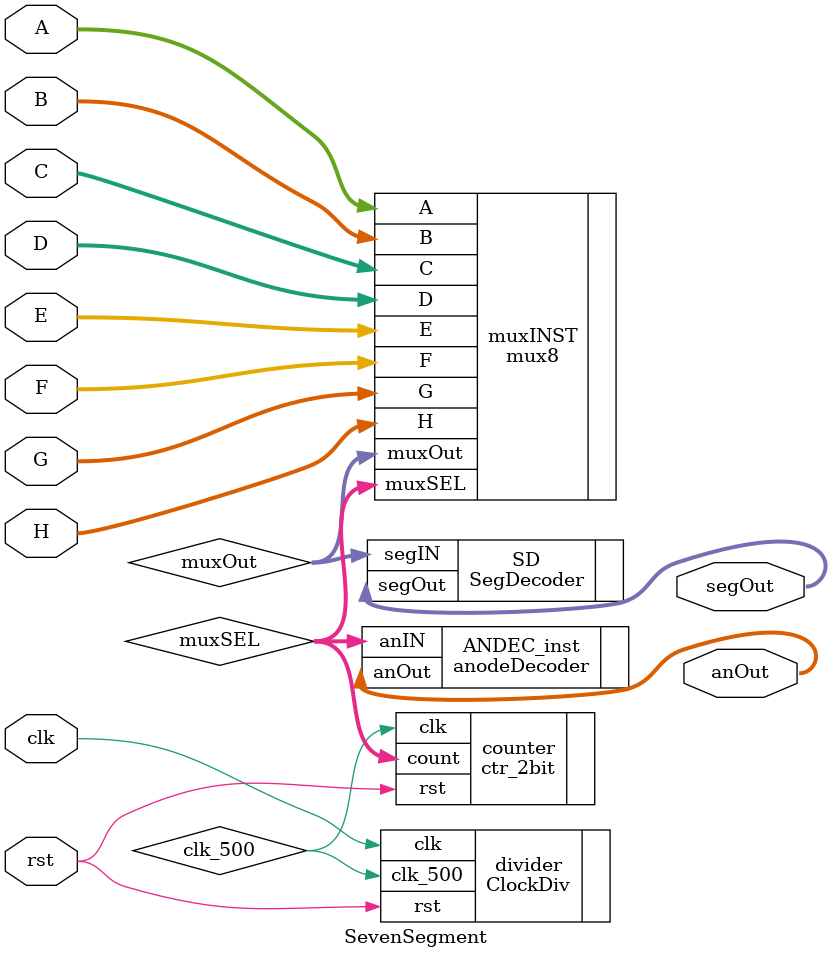
<source format=sv>
`timescale 1ns / 1ps


module SevenSegment(
    input logic clk, rst,
    input  logic [3:0] A, B, C, D, E, F, G, H, 
    output logic [6:0] segOut,
    output logic [7:0] anOut
);

    logic [2:0] muxSEL;
    logic [3:0] muxOut; 
    logic clk_500;


    SegDecoder SD(
        .segIN(muxOut), 
        .segOut
    );

    mux8 muxINST(
        .A, .B, .C, .D, .E, .F, .G, .H, .muxSEL, .muxOut
    );


    anodeDecoder ANDEC_inst(
        .anIN(muxSEL), 
        .anOut 
    );

    ctr_2bit counter(
        .clk(clk_500), 
        .rst,
        .count(muxSEL)
    );

    ClockDiv divider(
        .clk, .rst,
        .clk_500
);
endmodule

</source>
